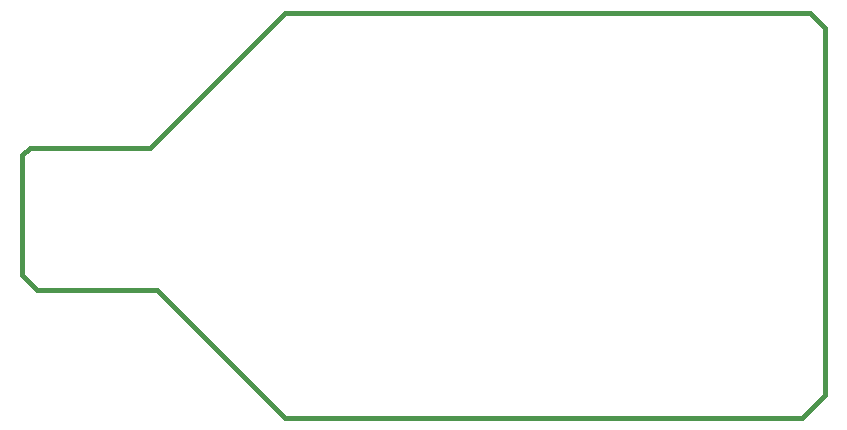
<source format=gbr>
G04 (created by PCBNEW-RS274X (2012-02-05 BZR 3258)-stable) date Пнд 26 Мар 2012 00:08:15*
G01*
G70*
G90*
%MOIN*%
G04 Gerber Fmt 3.4, Leading zero omitted, Abs format*
%FSLAX34Y34*%
G04 APERTURE LIST*
%ADD10C,0.006000*%
%ADD11C,0.015000*%
G04 APERTURE END LIST*
G54D10*
G54D11*
X84500Y-20000D02*
X67000Y-20000D01*
X85000Y-20500D02*
X84500Y-20000D01*
X85000Y-32750D02*
X85000Y-20500D01*
X84250Y-33500D02*
X85000Y-32750D01*
X67000Y-33500D02*
X84250Y-33500D01*
X62750Y-29250D02*
X67000Y-33500D01*
X62500Y-24500D02*
X67000Y-20000D01*
X58250Y-24750D02*
X58500Y-24500D01*
X58500Y-24500D02*
X62500Y-24500D01*
X58250Y-28750D02*
X58250Y-24750D01*
X58500Y-29000D02*
X58250Y-28750D01*
X58750Y-29250D02*
X58500Y-29000D01*
X62750Y-29250D02*
X58750Y-29250D01*
M02*

</source>
